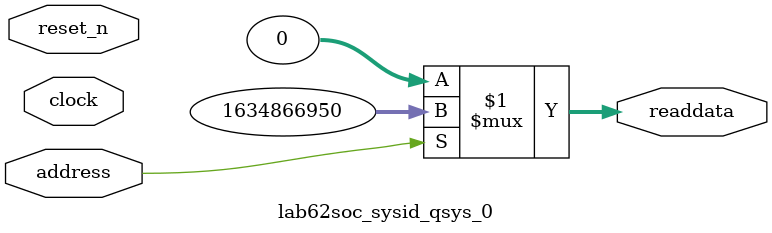
<source format=v>



// synthesis translate_off
`timescale 1ns / 1ps
// synthesis translate_on

// turn off superfluous verilog processor warnings 
// altera message_level Level1 
// altera message_off 10034 10035 10036 10037 10230 10240 10030 

module lab62soc_sysid_qsys_0 (
               // inputs:
                address,
                clock,
                reset_n,

               // outputs:
                readdata
             )
;

  output  [ 31: 0] readdata;
  input            address;
  input            clock;
  input            reset_n;

  wire    [ 31: 0] readdata;
  //control_slave, which is an e_avalon_slave
  assign readdata = address ? 1634866950 : 0;

endmodule



</source>
